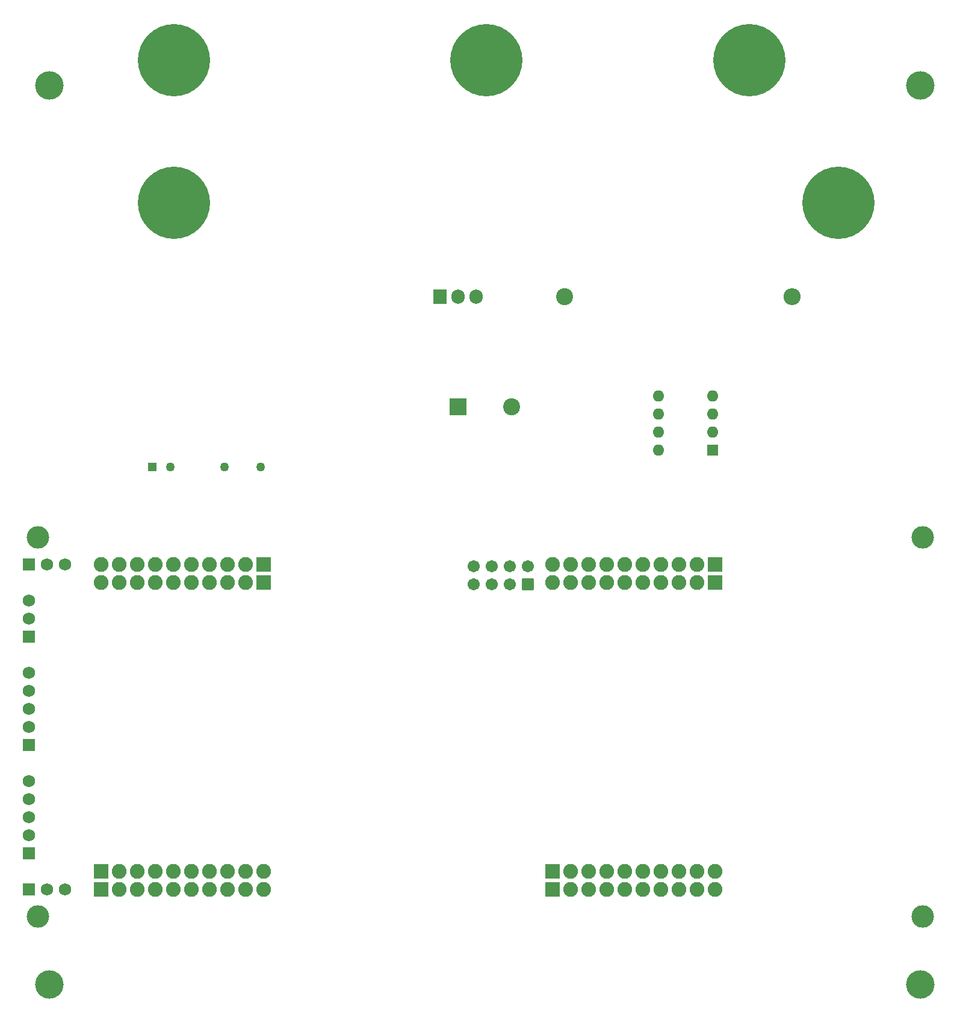
<source format=gbr>
%TF.GenerationSoftware,KiCad,Pcbnew,8.0.8*%
%TF.CreationDate,2025-03-02T13:54:02-05:00*%
%TF.ProjectId,NEW1,4e455731-2e6b-4696-9361-645f70636258,rev?*%
%TF.SameCoordinates,Original*%
%TF.FileFunction,Soldermask,Bot*%
%TF.FilePolarity,Negative*%
%FSLAX46Y46*%
G04 Gerber Fmt 4.6, Leading zero omitted, Abs format (unit mm)*
G04 Created by KiCad (PCBNEW 8.0.8) date 2025-03-02 13:54:02*
%MOMM*%
%LPD*%
G01*
G04 APERTURE LIST*
G04 Aperture macros list*
%AMRoundRect*
0 Rectangle with rounded corners*
0 $1 Rounding radius*
0 $2 $3 $4 $5 $6 $7 $8 $9 X,Y pos of 4 corners*
0 Add a 4 corners polygon primitive as box body*
4,1,4,$2,$3,$4,$5,$6,$7,$8,$9,$2,$3,0*
0 Add four circle primitives for the rounded corners*
1,1,$1+$1,$2,$3*
1,1,$1+$1,$4,$5*
1,1,$1+$1,$6,$7*
1,1,$1+$1,$8,$9*
0 Add four rect primitives between the rounded corners*
20,1,$1+$1,$2,$3,$4,$5,0*
20,1,$1+$1,$4,$5,$6,$7,0*
20,1,$1+$1,$6,$7,$8,$9,0*
20,1,$1+$1,$8,$9,$2,$3,0*%
G04 Aperture macros list end*
%ADD10C,10.160000*%
%ADD11R,1.600000X1.600000*%
%ADD12O,1.600000X1.600000*%
%ADD13R,1.270000X1.270000*%
%ADD14C,1.270000*%
%ADD15C,4.000000*%
%ADD16R,2.400000X2.400000*%
%ADD17C,2.400000*%
%ADD18R,1.905000X2.000000*%
%ADD19O,1.905000X2.000000*%
%ADD20C,3.175000*%
%ADD21RoundRect,0.102000X0.939800X0.939800X-0.939800X0.939800X-0.939800X-0.939800X0.939800X-0.939800X0*%
%ADD22C,2.083600*%
%ADD23RoundRect,0.102000X0.762000X0.762000X-0.762000X0.762000X-0.762000X-0.762000X0.762000X-0.762000X0*%
%ADD24C,1.728000*%
%ADD25RoundRect,0.102000X0.750000X0.750000X-0.750000X0.750000X-0.750000X-0.750000X0.750000X-0.750000X0*%
%ADD26C,1.704000*%
%ADD27O,2.400000X2.400000*%
G04 APERTURE END LIST*
D10*
%TO.C,J5*%
X94000000Y-33000000D03*
%TD*%
D11*
%TO.C,U1*%
X125800000Y-87800000D03*
D12*
X125800000Y-85260000D03*
X125800000Y-82720000D03*
X125800000Y-80180000D03*
X118180000Y-80180000D03*
X118180000Y-82720000D03*
X118180000Y-85260000D03*
X118180000Y-87800000D03*
%TD*%
D10*
%TO.C,J4*%
X50000000Y-53000000D03*
%TD*%
D13*
%TO.C,U4*%
X46965200Y-90175000D03*
D14*
X49505200Y-90175000D03*
X57125200Y-90175000D03*
X62205200Y-90175000D03*
%TD*%
D15*
%TO.C,H3*%
X155000000Y-163000000D03*
%TD*%
D10*
%TO.C,J1*%
X50000000Y-33000000D03*
%TD*%
D16*
%TO.C,C3*%
X90000000Y-81750000D03*
D17*
X97500000Y-81750000D03*
%TD*%
D15*
%TO.C,H2*%
X32500000Y-163000000D03*
%TD*%
%TO.C,H1*%
X32500000Y-36500000D03*
%TD*%
D18*
%TO.C,Q1*%
X87460000Y-66195000D03*
D19*
X90000000Y-66195000D03*
X92540000Y-66195000D03*
%TD*%
D20*
%TO.C,U2*%
X155357000Y-153420000D03*
X155357000Y-100080000D03*
X30897000Y-153420000D03*
X30897000Y-100080000D03*
D21*
X126147000Y-103890000D03*
D22*
X123607000Y-103890000D03*
X121067000Y-103890000D03*
X118527000Y-103890000D03*
X115987000Y-103890000D03*
X113447000Y-103890000D03*
X110907000Y-103890000D03*
X108367000Y-103890000D03*
X105827000Y-103890000D03*
X103287000Y-103890000D03*
D21*
X103287000Y-149610000D03*
D22*
X105827000Y-149610000D03*
X108367000Y-149610000D03*
X110907000Y-149610000D03*
X113447000Y-149610000D03*
X115987000Y-149610000D03*
X118527000Y-149610000D03*
X121067000Y-149610000D03*
X123607000Y-149610000D03*
X126147000Y-149610000D03*
D21*
X126147000Y-106430000D03*
D22*
X123607000Y-106430000D03*
X121067000Y-106430000D03*
X118527000Y-106430000D03*
X115987000Y-106430000D03*
X113447000Y-106430000D03*
X110907000Y-106430000D03*
X108367000Y-106430000D03*
X105827000Y-106430000D03*
X103287000Y-106430000D03*
D21*
X103287000Y-147070000D03*
D22*
X105827000Y-147070000D03*
X108367000Y-147070000D03*
X110907000Y-147070000D03*
X113447000Y-147070000D03*
X115987000Y-147070000D03*
X118527000Y-147070000D03*
X121067000Y-147070000D03*
X123607000Y-147070000D03*
X126147000Y-147070000D03*
D21*
X62647000Y-103890000D03*
D22*
X60107000Y-103890000D03*
X57567000Y-103890000D03*
X55027000Y-103890000D03*
X52487000Y-103890000D03*
X49947000Y-103890000D03*
X47407000Y-103890000D03*
X44867000Y-103890000D03*
X42327000Y-103890000D03*
X39787000Y-103890000D03*
D21*
X39787000Y-149610000D03*
D22*
X42327000Y-149610000D03*
X44867000Y-149610000D03*
X47407000Y-149610000D03*
X49947000Y-149610000D03*
X52487000Y-149610000D03*
X55027000Y-149610000D03*
X57567000Y-149610000D03*
X60107000Y-149610000D03*
X62647000Y-149610000D03*
D21*
X62647000Y-106430000D03*
D22*
X60107000Y-106430000D03*
X57567000Y-106430000D03*
X55027000Y-106430000D03*
X52487000Y-106430000D03*
X49947000Y-106430000D03*
X47407000Y-106430000D03*
X44867000Y-106430000D03*
X42327000Y-106430000D03*
X39787000Y-106430000D03*
D21*
X39787000Y-147070000D03*
D22*
X42327000Y-147070000D03*
X44867000Y-147070000D03*
X47407000Y-147070000D03*
X49947000Y-147070000D03*
X52487000Y-147070000D03*
X55027000Y-147070000D03*
X57567000Y-147070000D03*
X60107000Y-147070000D03*
X62647000Y-147070000D03*
D23*
X29627000Y-149610000D03*
D24*
X32167000Y-149610000D03*
X34707000Y-149610000D03*
D23*
X29627000Y-114050000D03*
D24*
X29627000Y-111510000D03*
X29627000Y-108970000D03*
D23*
X29627000Y-144530000D03*
D24*
X29627000Y-141990000D03*
X29627000Y-139450000D03*
X29627000Y-136910000D03*
X29627000Y-134370000D03*
D23*
X29627000Y-129290000D03*
D24*
X29627000Y-126750000D03*
X29627000Y-124210000D03*
X29627000Y-121670000D03*
X29627000Y-119130000D03*
D23*
X29627000Y-103890000D03*
D24*
X32167000Y-103890000D03*
X34707000Y-103890000D03*
D25*
X99803000Y-106664000D03*
D26*
X99803000Y-104124000D03*
X97263000Y-106664000D03*
X97263000Y-104124000D03*
X94723000Y-106664000D03*
X94723000Y-104124000D03*
X92183000Y-106664000D03*
X92183000Y-104124000D03*
%TD*%
D17*
%TO.C,L1*%
X104950000Y-66250000D03*
D27*
X136950000Y-66250000D03*
%TD*%
D15*
%TO.C,H4*%
X155000000Y-36500000D03*
%TD*%
D10*
%TO.C,J2*%
X143500000Y-53000000D03*
%TD*%
%TO.C,J3*%
X131000000Y-33000000D03*
%TD*%
M02*

</source>
